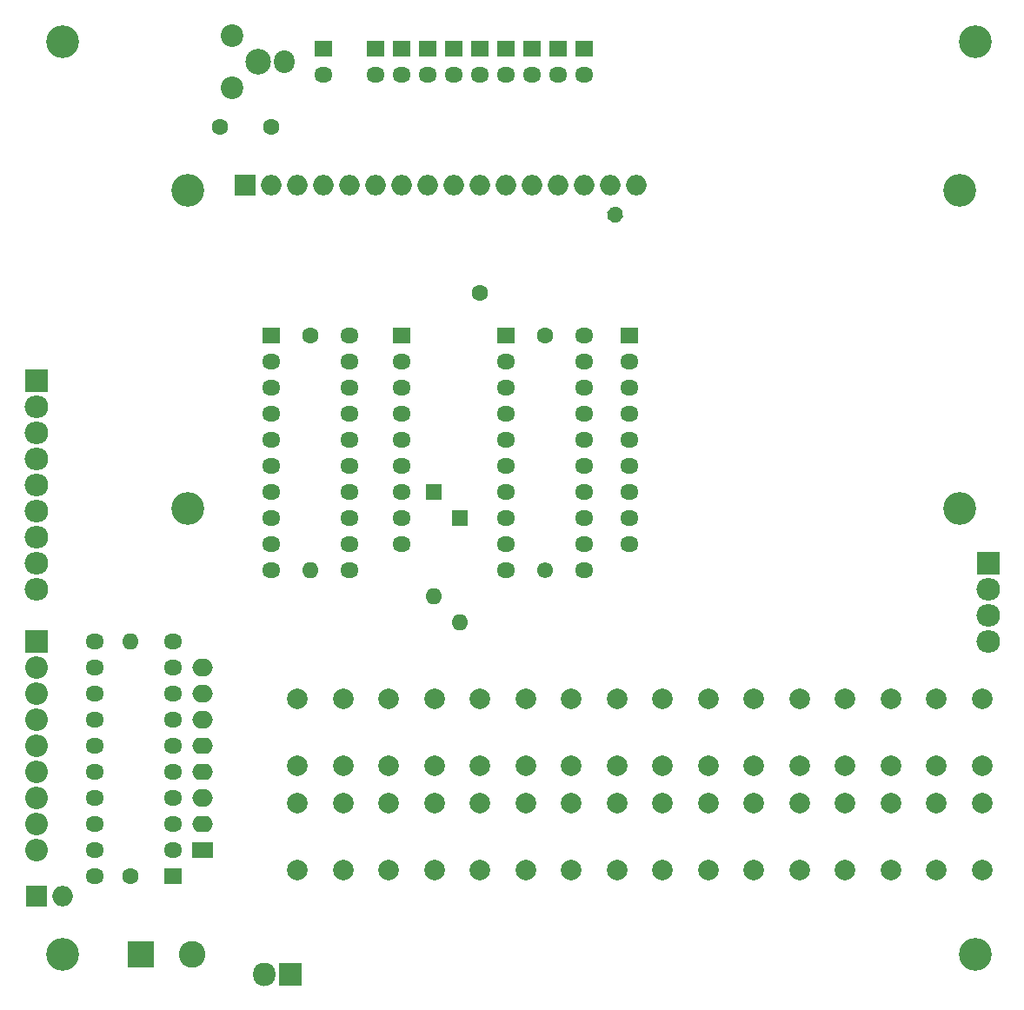
<source format=gbr>
%TF.GenerationSoftware,KiCad,Pcbnew,(5.1.8)-1*%
%TF.CreationDate,2024-08-17T01:38:09+03:00*%
%TF.ProjectId,Ports,506f7274-732e-46b6-9963-61645f706362,rev?*%
%TF.SameCoordinates,Original*%
%TF.FileFunction,Soldermask,Top*%
%TF.FilePolarity,Negative*%
%FSLAX46Y46*%
G04 Gerber Fmt 4.6, Leading zero omitted, Abs format (unit mm)*
G04 Created by KiCad (PCBNEW (5.1.8)-1) date 2024-08-17 01:38:09*
%MOMM*%
%LPD*%
G01*
G04 APERTURE LIST*
%ADD10C,1.600000*%
%ADD11O,1.600000X1.600000*%
%ADD12R,1.600000X1.600000*%
%ADD13O,2.300000X2.200000*%
%ADD14R,2.300000X2.200000*%
%ADD15O,2.200000X2.300000*%
%ADD16R,2.200000X2.300000*%
%ADD17O,2.200000X2.200000*%
%ADD18R,2.200000X2.200000*%
%ADD19O,1.600000X1.500000*%
%ADD20O,2.000000X2.000000*%
%ADD21R,2.000000X2.000000*%
%ADD22C,2.000000*%
%ADD23O,1.800000X1.500000*%
%ADD24R,1.800000X1.500000*%
%ADD25C,3.200000*%
%ADD26R,2.600000X2.600000*%
%ADD27C,2.600000*%
%ADD28O,2.000000X2.200000*%
%ADD29C,2.200000*%
%ADD30C,2.500000*%
%ADD31R,2.000000X1.600000*%
%ADD32O,2.000000X1.600000*%
%ADD33O,2.000000X1.700000*%
G04 APERTURE END LIST*
D10*
%TO.C,C4*%
X63580000Y-31115000D03*
X68580000Y-31115000D03*
%TD*%
D11*
%TO.C,D28*%
X86995000Y-79375000D03*
D12*
X86995000Y-69215000D03*
%TD*%
D11*
%TO.C,D27*%
X84455000Y-76835000D03*
D12*
X84455000Y-66675000D03*
%TD*%
D13*
%TO.C,J1*%
X45720000Y-76200000D03*
X45720000Y-73660000D03*
X45720000Y-71120000D03*
X45720000Y-68580000D03*
X45720000Y-66040000D03*
X45720000Y-63500000D03*
X45720000Y-60960000D03*
X45720000Y-58420000D03*
D14*
X45720000Y-55880000D03*
%TD*%
D15*
%TO.C,J7*%
X67945000Y-113665000D03*
D16*
X70485000Y-113665000D03*
%TD*%
D17*
%TO.C,J6*%
X45720000Y-101600000D03*
X45720000Y-99060000D03*
X45720000Y-96520000D03*
X45720000Y-93980000D03*
X45720000Y-91440000D03*
X45720000Y-88900000D03*
X45720000Y-86360000D03*
X45720000Y-83820000D03*
D18*
X45720000Y-81280000D03*
%TD*%
D13*
%TO.C,J5*%
X138430000Y-81280000D03*
X138430000Y-78740000D03*
X138430000Y-76200000D03*
D14*
X138430000Y-73660000D03*
%TD*%
D11*
%TO.C,C3*%
X54927500Y-81280000D03*
D10*
X54927500Y-104140000D03*
%TD*%
D11*
%TO.C,C2*%
X72390000Y-74295000D03*
D10*
X72390000Y-51435000D03*
%TD*%
D19*
%TO.C,C1*%
X95250000Y-74295000D03*
D10*
X95250000Y-51435000D03*
%TD*%
D20*
%TO.C,J9*%
X48260000Y-106045000D03*
D21*
X45720000Y-106045000D03*
%TD*%
D22*
%TO.C,D26*%
X71120000Y-86845000D03*
X75620000Y-86845000D03*
X71120000Y-93345000D03*
X75620000Y-93345000D03*
%TD*%
%TO.C,D25*%
X71120000Y-97005000D03*
X75620000Y-97005000D03*
X71120000Y-103505000D03*
X75620000Y-103505000D03*
%TD*%
%TO.C,D24*%
X80010000Y-86845000D03*
X84510000Y-86845000D03*
X80010000Y-93345000D03*
X84510000Y-93345000D03*
%TD*%
%TO.C,D23*%
X80010000Y-97005000D03*
X84510000Y-97005000D03*
X80010000Y-103505000D03*
X84510000Y-103505000D03*
%TD*%
%TO.C,D22*%
X88900000Y-86845000D03*
X93400000Y-86845000D03*
X88900000Y-93345000D03*
X93400000Y-93345000D03*
%TD*%
%TO.C,D21*%
X88900000Y-97005000D03*
X93400000Y-97005000D03*
X88900000Y-103505000D03*
X93400000Y-103505000D03*
%TD*%
%TO.C,D20*%
X97790000Y-86845000D03*
X102290000Y-86845000D03*
X97790000Y-93345000D03*
X102290000Y-93345000D03*
%TD*%
%TO.C,D19*%
X97790000Y-97005000D03*
X102290000Y-97005000D03*
X97790000Y-103505000D03*
X102290000Y-103505000D03*
%TD*%
%TO.C,D18*%
X106680000Y-86845000D03*
X111180000Y-86845000D03*
X106680000Y-93345000D03*
X111180000Y-93345000D03*
%TD*%
%TO.C,D17*%
X106680000Y-97005000D03*
X111180000Y-97005000D03*
X106680000Y-103505000D03*
X111180000Y-103505000D03*
%TD*%
%TO.C,D16*%
X115570000Y-86845000D03*
X120070000Y-86845000D03*
X115570000Y-93345000D03*
X120070000Y-93345000D03*
%TD*%
%TO.C,D15*%
X115570000Y-97005000D03*
X120070000Y-97005000D03*
X115570000Y-103505000D03*
X120070000Y-103505000D03*
%TD*%
%TO.C,D14*%
X124460000Y-86845000D03*
X128960000Y-86845000D03*
X124460000Y-93345000D03*
X128960000Y-93345000D03*
%TD*%
%TO.C,D13*%
X124460000Y-97005000D03*
X128960000Y-97005000D03*
X124460000Y-103505000D03*
X128960000Y-103505000D03*
%TD*%
%TO.C,D12*%
X133350000Y-86845000D03*
X137850000Y-86845000D03*
X133350000Y-93345000D03*
X137850000Y-93345000D03*
%TD*%
%TO.C,D11*%
X133350000Y-97005000D03*
X137850000Y-97005000D03*
X133350000Y-103505000D03*
X137850000Y-103505000D03*
%TD*%
D23*
%TO.C,U3*%
X51435000Y-104140000D03*
X59055000Y-81280000D03*
X51435000Y-101600000D03*
X59055000Y-83820000D03*
X51435000Y-99060000D03*
X59055000Y-86360000D03*
X51435000Y-96520000D03*
X59055000Y-88900000D03*
X51435000Y-93980000D03*
X59055000Y-91440000D03*
X51435000Y-91440000D03*
X59055000Y-93980000D03*
X51435000Y-88900000D03*
X59055000Y-96520000D03*
X51435000Y-86360000D03*
X59055000Y-99060000D03*
X51435000Y-83820000D03*
X59055000Y-101600000D03*
X51435000Y-81280000D03*
D24*
X59055000Y-104140000D03*
%TD*%
%TO.C,R1*%
G36*
G01*
X101405407Y-40087500D02*
X101405407Y-40087500D01*
G75*
G02*
X101698227Y-38994680I692820J400000D01*
G01*
X101698227Y-38994680D01*
G75*
G02*
X102791047Y-39287500I400000J-692820D01*
G01*
X102791047Y-39287500D01*
G75*
G02*
X102498227Y-40380320I-692820J-400000D01*
G01*
X102498227Y-40380320D01*
G75*
G02*
X101405407Y-40087500I-400000J692820D01*
G01*
G37*
D10*
X88900000Y-47307500D03*
%TD*%
D23*
%TO.C,D10*%
X99060000Y-26035000D03*
D24*
X99060000Y-23495000D03*
%TD*%
D23*
%TO.C,D9*%
X73660000Y-26035000D03*
D24*
X73660000Y-23495000D03*
%TD*%
D23*
%TO.C,D8*%
X96520000Y-26035000D03*
D24*
X96520000Y-23495000D03*
%TD*%
D23*
%TO.C,D7*%
X78740000Y-26035000D03*
D24*
X78740000Y-23495000D03*
%TD*%
D23*
%TO.C,D6*%
X93980000Y-26035000D03*
D24*
X93980000Y-23495000D03*
%TD*%
D23*
%TO.C,D5*%
X91440000Y-26035000D03*
D24*
X91440000Y-23495000D03*
%TD*%
D23*
%TO.C,D4*%
X88900000Y-26035000D03*
D24*
X88900000Y-23495000D03*
%TD*%
D23*
%TO.C,D3*%
X86360000Y-26035000D03*
D24*
X86360000Y-23495000D03*
%TD*%
D23*
%TO.C,D2*%
X83820000Y-26035000D03*
D24*
X83820000Y-23495000D03*
%TD*%
D23*
%TO.C,D1*%
X81280000Y-26035000D03*
D24*
X81280000Y-23495000D03*
%TD*%
D25*
%TO.C,H8*%
X135636000Y-68326000D03*
%TD*%
%TO.C,H7*%
X135636000Y-37338000D03*
%TD*%
%TO.C,H6*%
X60452000Y-68326000D03*
%TD*%
%TO.C,H5*%
X60452000Y-37338000D03*
%TD*%
%TO.C,H4*%
X137160000Y-111760000D03*
%TD*%
%TO.C,H3*%
X137160000Y-22860000D03*
%TD*%
%TO.C,H2*%
X48260000Y-111760000D03*
%TD*%
%TO.C,H1*%
X48260000Y-22860000D03*
%TD*%
D20*
%TO.C,DS1*%
X104140000Y-36830000D03*
X101600000Y-36830000D03*
X99060000Y-36830000D03*
X96520000Y-36830000D03*
X93980000Y-36830000D03*
X91440000Y-36830000D03*
X88900000Y-36830000D03*
X86360000Y-36830000D03*
X83820000Y-36830000D03*
X81280000Y-36830000D03*
X78740000Y-36830000D03*
X76200000Y-36830000D03*
X73660000Y-36830000D03*
X71120000Y-36830000D03*
X68580000Y-36830000D03*
D21*
X66040000Y-36830000D03*
%TD*%
D23*
%TO.C,J2*%
X81280000Y-71755000D03*
X81280000Y-69215000D03*
X81280000Y-66675000D03*
X81280000Y-64135000D03*
X81280000Y-61595000D03*
X81280000Y-59055000D03*
X81280000Y-56515000D03*
X81280000Y-53975000D03*
D24*
X81280000Y-51435000D03*
%TD*%
%TO.C,J3*%
X103505000Y-51435000D03*
D23*
X103505000Y-53975000D03*
X103505000Y-56515000D03*
X103505000Y-59055000D03*
X103505000Y-61595000D03*
X103505000Y-64135000D03*
X103505000Y-66675000D03*
X103505000Y-69215000D03*
X103505000Y-71755000D03*
%TD*%
D26*
%TO.C,J4*%
X55880000Y-111760000D03*
D27*
X60880000Y-111760000D03*
%TD*%
D28*
%TO.C,RV1*%
X69850000Y-24765000D03*
D29*
X64770000Y-22225000D03*
X64770000Y-27305000D03*
D30*
X67310000Y-24765000D03*
%TD*%
D24*
%TO.C,U1*%
X68580000Y-51435000D03*
D23*
X76200000Y-74295000D03*
X68580000Y-53975000D03*
X76200000Y-71755000D03*
X68580000Y-56515000D03*
X76200000Y-69215000D03*
X68580000Y-59055000D03*
X76200000Y-66675000D03*
X68580000Y-61595000D03*
X76200000Y-64135000D03*
X68580000Y-64135000D03*
X76200000Y-61595000D03*
X68580000Y-66675000D03*
X76200000Y-59055000D03*
X68580000Y-69215000D03*
X76200000Y-56515000D03*
X68580000Y-71755000D03*
X76200000Y-53975000D03*
X68580000Y-74295000D03*
X76200000Y-51435000D03*
%TD*%
%TO.C,U2*%
X99060000Y-51435000D03*
X91440000Y-74295000D03*
X99060000Y-53975000D03*
X91440000Y-71755000D03*
X99060000Y-56515000D03*
X91440000Y-69215000D03*
X99060000Y-59055000D03*
X91440000Y-66675000D03*
X99060000Y-61595000D03*
X91440000Y-64135000D03*
X99060000Y-64135000D03*
X91440000Y-61595000D03*
X99060000Y-66675000D03*
X91440000Y-59055000D03*
X99060000Y-69215000D03*
X91440000Y-56515000D03*
X99060000Y-71755000D03*
X91440000Y-53975000D03*
X99060000Y-74295000D03*
D24*
X91440000Y-51435000D03*
%TD*%
D31*
%TO.C,J8*%
X61912500Y-101600000D03*
D32*
X61912500Y-99060000D03*
D33*
X61912500Y-96520000D03*
D32*
X61912500Y-93980000D03*
X61912500Y-91440000D03*
D33*
X61912500Y-88900000D03*
X61912500Y-86360000D03*
X61912500Y-83820000D03*
%TD*%
M02*

</source>
